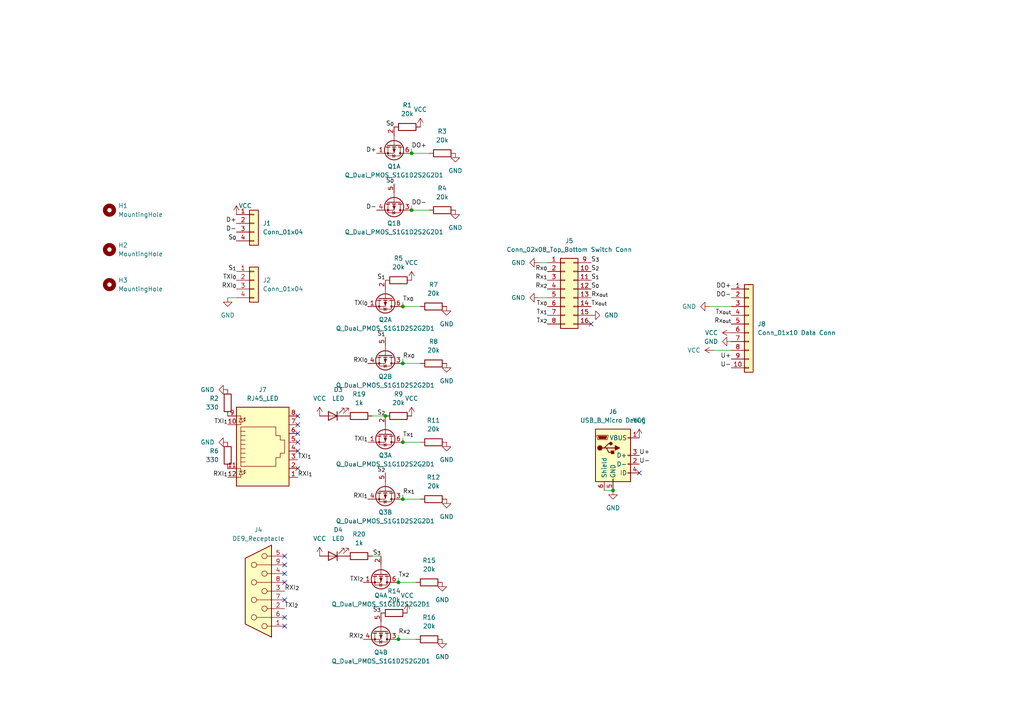
<source format=kicad_sch>
(kicad_sch (version 20230121) (generator eeschema)
  (paper "A4")
  (lib_symbols
    (symbol "Connector:DE9_Receptacle" (pin_names (offset 1.016) hide)
      (property "Reference" "J" (at 0 13.97 0))
      (property "Value" "DE9_Receptacle" (at 0 -14.605 0))
      (symbol "DE9_Receptacle_0_1"
        (circle (center -1.778 -10.16) (radius 0.762))
        (circle (center -1.778 -5.08) (radius 0.762))
        (circle (center -1.778 0) (radius 0.762))
        (circle (center -1.778 5.08) (radius 0.762))
        (circle (center -1.778 10.16) (radius 0.762))
        (polyline (pts (xy -3.81 -10.16) (xy -2.54 -10.16)))
        (polyline (pts (xy -3.81 -7.62) (xy 0.508 -7.62)))
        (polyline (pts (xy -3.81 -5.08) (xy -2.54 -5.08)))
        (polyline (pts (xy -3.81 -2.54) (xy 0.508 -2.54)))
        (polyline (pts (xy -3.81 0) (xy -2.54 0)))
        (polyline (pts (xy -3.81 2.54) (xy 0.508 2.54)))
        (polyline (pts (xy -3.81 5.08) (xy -2.54 5.08)))
        (polyline (pts (xy -3.81 7.62) (xy 0.508 7.62)))
        (polyline (pts (xy -3.81 10.16) (xy -2.54 10.16)))
        (polyline (pts (xy -3.81 13.335) (xy -3.81 -13.335) (xy 3.81 -9.525) (xy 3.81 9.525) (xy -3.81 13.335)) (stroke (width 0.254)) (fill (type background)))
        (circle (center 1.27 -7.62) (radius 0.762))
        (circle (center 1.27 -2.54) (radius 0.762))
        (circle (center 1.27 2.54) (radius 0.762))
        (circle (center 1.27 7.62) (radius 0.762))
      )
      (symbol "DE9_Receptacle_1_1"
        (pin passive line (at -7.62 10.16 0) (length 3.81) (name "1") (number "1"))
        (pin passive line (at -7.62 5.08 0) (length 3.81) (name "2") (number "2"))
        (pin passive line (at -7.62 0 0) (length 3.81) (name "3") (number "3"))
        (pin passive line (at -7.62 -5.08 0) (length 3.81) (name "4") (number "4"))
        (pin passive line (at -7.62 -10.16 0) (length 3.81) (name "5") (number "5"))
        (pin passive line (at -7.62 7.62 0) (length 3.81) (name "6") (number "6"))
        (pin passive line (at -7.62 2.54 0) (length 3.81) (name "7") (number "7"))
        (pin passive line (at -7.62 -2.54 0) (length 3.81) (name "8") (number "8"))
        (pin passive line (at -7.62 -7.62 0) (length 3.81) (name "9") (number "9"))
      )
    )
    (symbol "Connector:RJ45_LED" (pin_names (offset 1.016))
      (property "Reference" "J" (at -5.08 13.97 0))
      (property "Value" "RJ45_LED" (at 1.27 13.97 0))
      (symbol "RJ45_LED_0_1"
        (polyline (pts (xy -7.62 -7.62) (xy -6.35 -7.62)))
        (polyline (pts (xy -7.62 -5.08) (xy -6.35 -5.08)))
        (polyline (pts (xy -7.62 7.62) (xy -6.35 7.62)))
        (polyline (pts (xy -7.62 10.16) (xy -6.35 10.16)))
        (polyline (pts (xy -6.858 -5.842) (xy -5.842 -5.842)))
        (polyline (pts (xy -6.858 9.398) (xy -5.842 9.398)))
        (polyline (pts (xy -6.35 -7.62) (xy -6.35 -6.858)))
        (polyline (pts (xy -6.35 -5.08) (xy -6.35 -5.842)))
        (polyline (pts (xy -6.35 7.62) (xy -6.35 8.382)))
        (polyline (pts (xy -6.35 10.16) (xy -6.35 9.398)))
        (polyline (pts (xy -5.08 -6.223) (xy -5.207 -6.604)))
        (polyline (pts (xy -5.08 -5.588) (xy -5.207 -5.969)))
        (polyline (pts (xy -5.08 4.445) (xy -6.35 4.445)))
        (polyline (pts (xy -5.08 5.715) (xy -6.35 5.715)))
        (polyline (pts (xy -5.08 9.017) (xy -5.207 8.636)))
        (polyline (pts (xy -5.08 9.652) (xy -5.207 9.271)))
        (polyline (pts (xy -6.35 -3.175) (xy -5.08 -3.175) (xy -5.08 -3.175)))
        (polyline (pts (xy -6.35 -1.905) (xy -5.08 -1.905) (xy -5.08 -1.905)))
        (polyline (pts (xy -6.35 -0.635) (xy -5.08 -0.635) (xy -5.08 -0.635)))
        (polyline (pts (xy -6.35 0.635) (xy -5.08 0.635) (xy -5.08 0.635)))
        (polyline (pts (xy -6.35 1.905) (xy -5.08 1.905) (xy -5.08 1.905)))
        (polyline (pts (xy -5.588 -6.731) (xy -5.08 -6.223) (xy -5.461 -6.35)))
        (polyline (pts (xy -5.588 -6.096) (xy -5.08 -5.588) (xy -5.461 -5.715)))
        (polyline (pts (xy -5.588 8.509) (xy -5.08 9.017) (xy -5.461 8.89)))
        (polyline (pts (xy -5.588 9.144) (xy -5.08 9.652) (xy -5.461 9.525)))
        (polyline (pts (xy -5.08 3.175) (xy -6.35 3.175) (xy -6.35 3.175)))
        (polyline (pts (xy -6.35 -5.842) (xy -6.858 -6.858) (xy -5.842 -6.858) (xy -6.35 -5.842)))
        (polyline (pts (xy -6.35 9.398) (xy -6.858 8.382) (xy -5.842 8.382) (xy -6.35 9.398)))
        (polyline (pts (xy -6.35 -4.445) (xy -6.35 6.985) (xy 3.81 6.985) (xy 3.81 4.445) (xy 5.08 4.445) (xy 5.08 3.175) (xy 6.35 3.175) (xy 6.35 -0.635) (xy 5.08 -0.635) (xy 5.08 -1.905) (xy 3.81 -1.905) (xy 3.81 -4.445) (xy -6.35 -4.445) (xy -6.35 -4.445)))
        (rectangle (start 7.62 12.7) (end -7.62 -10.16) (stroke (width 0.254)) (fill (type background)))
      )
      (symbol "RJ45_LED_1_1"
        (pin passive line (at 10.16 -7.62 180) (length 2.54) (name "~") (number "1"))
        (pin passive line (at -10.16 7.62 0) (length 2.54) (name "~") (number "10"))
        (pin passive line (at -10.16 -5.08 0) (length 2.54) (name "~") (number "11"))
        (pin passive line (at -10.16 -7.62 0) (length 2.54) (name "~") (number "12"))
        (pin passive line (at 10.16 -5.08 180) (length 2.54) (name "~") (number "2"))
        (pin passive line (at 10.16 -2.54 180) (length 2.54) (name "~") (number "3"))
        (pin passive line (at 10.16 0 180) (length 2.54) (name "~") (number "4"))
        (pin passive line (at 10.16 2.54 180) (length 2.54) (name "~") (number "5"))
        (pin passive line (at 10.16 5.08 180) (length 2.54) (name "~") (number "6"))
        (pin passive line (at 10.16 7.62 180) (length 2.54) (name "~") (number "7"))
        (pin passive line (at 10.16 10.16 180) (length 2.54) (name "~") (number "8"))
        (pin passive line (at -10.16 10.16 0) (length 2.54) (name "~") (number "9"))
      )
    )
    (symbol "Connector:USB_B_Micro" (pin_names (offset 1.016))
      (property "Reference" "J" (at -5.08 11.43 0))
      (property "Value" "USB_B_Micro" (at -5.08 8.89 0))
      (symbol "USB_B_Micro_0_1"
        (rectangle (start -5.08 -7.62) (end 5.08 7.62) (stroke (width 0.254)) (fill (type background)))
        (circle (center -3.81 2.159) (radius 0.635) (stroke (width 0.254)) (fill (type outline)))
        (circle (center -0.635 3.429) (radius 0.381) (stroke (width 0.254)) (fill (type outline)))
        (rectangle (start -0.127 -7.62) (end 0.127 -6.858))
        (polyline (pts (xy -1.905 2.159) (xy 0.635 2.159)) (stroke (width 0.254)))
        (polyline (pts (xy -3.175 2.159) (xy -2.54 2.159) (xy -1.27 3.429) (xy -0.635 3.429)) (stroke (width 0.254)))
        (polyline (pts (xy -2.54 2.159) (xy -1.905 2.159) (xy -1.27 0.889) (xy 0 0.889)) (stroke (width 0.254)))
        (polyline (pts (xy 0.635 2.794) (xy 0.635 1.524) (xy 1.905 2.159) (xy 0.635 2.794)) (stroke (width 0.254)) (fill (type outline)))
        (polyline (pts (xy -4.318 5.588) (xy -1.778 5.588) (xy -2.032 4.826) (xy -4.064 4.826) (xy -4.318 5.588)) (fill (type outline)))
        (polyline (pts (xy -4.699 5.842) (xy -4.699 5.588) (xy -4.445 4.826) (xy -4.445 4.572) (xy -1.651 4.572) (xy -1.651 4.826) (xy -1.397 5.588) (xy -1.397 5.842) (xy -4.699 5.842)))
        (rectangle (start 0.254 1.27) (end -0.508 0.508) (stroke (width 0.254)) (fill (type outline)))
        (rectangle (start 5.08 -5.207) (end 4.318 -4.953))
        (rectangle (start 5.08 -2.667) (end 4.318 -2.413))
        (rectangle (start 5.08 -0.127) (end 4.318 0.127))
        (rectangle (start 5.08 4.953) (end 4.318 5.207))
      )
      (symbol "USB_B_Micro_1_1"
        (pin power_out line (at 7.62 5.08 180) (length 2.54) (name "VBUS") (number "1"))
        (pin bidirectional line (at 7.62 -2.54 180) (length 2.54) (name "D-") (number "2"))
        (pin bidirectional line (at 7.62 0 180) (length 2.54) (name "D+") (number "3"))
        (pin passive line (at 7.62 -5.08 180) (length 2.54) (name "ID") (number "4"))
        (pin power_out line (at 0 -10.16 90) (length 2.54) (name "GND") (number "5"))
        (pin passive line (at -2.54 -10.16 90) (length 2.54) (name "Shield") (number "6"))
      )
    )
    (symbol "Connector_Generic:Conn_01x04" (pin_names (offset 1.016) hide)
      (property "Reference" "J" (at 0 5.08 0))
      (property "Value" "Conn_01x04" (at 0 -7.62 0))
      (symbol "Conn_01x04_1_1"
        (rectangle (start -1.27 -4.953) (end 0 -5.207) (stroke (width 0.1524)))
        (rectangle (start -1.27 -2.413) (end 0 -2.667) (stroke (width 0.1524)))
        (rectangle (start -1.27 0.127) (end 0 -0.127) (stroke (width 0.1524)))
        (rectangle (start -1.27 2.667) (end 0 2.413) (stroke (width 0.1524)))
        (rectangle (start -1.27 3.81) (end 1.27 -6.35) (stroke (width 0.254)) (fill (type background)))
        (pin passive line (at -5.08 2.54 0) (length 3.81) (name "Pin_1") (number "1"))
        (pin passive line (at -5.08 0 0) (length 3.81) (name "Pin_2") (number "2"))
        (pin passive line (at -5.08 -2.54 0) (length 3.81) (name "Pin_3") (number "3"))
        (pin passive line (at -5.08 -5.08 0) (length 3.81) (name "Pin_4") (number "4"))
      )
    )
    (symbol "Connector_Generic:Conn_01x10" (pin_names (offset 1.016) hide)
      (property "Reference" "J" (at 0 12.7 0))
      (property "Value" "Conn_01x10" (at 0 -15.24 0))
      (symbol "Conn_01x10_1_1"
        (rectangle (start -1.27 -12.573) (end 0 -12.827) (stroke (width 0.1524)))
        (rectangle (start -1.27 -10.033) (end 0 -10.287) (stroke (width 0.1524)))
        (rectangle (start -1.27 -7.493) (end 0 -7.747) (stroke (width 0.1524)))
        (rectangle (start -1.27 -4.953) (end 0 -5.207) (stroke (width 0.1524)))
        (rectangle (start -1.27 -2.413) (end 0 -2.667) (stroke (width 0.1524)))
        (rectangle (start -1.27 0.127) (end 0 -0.127) (stroke (width 0.1524)))
        (rectangle (start -1.27 2.667) (end 0 2.413) (stroke (width 0.1524)))
        (rectangle (start -1.27 5.207) (end 0 4.953) (stroke (width 0.1524)))
        (rectangle (start -1.27 7.747) (end 0 7.493) (stroke (width 0.1524)))
        (rectangle (start -1.27 10.287) (end 0 10.033) (stroke (width 0.1524)))
        (rectangle (start -1.27 11.43) (end 1.27 -13.97) (stroke (width 0.254)) (fill (type background)))
        (pin passive line (at -5.08 10.16 0) (length 3.81) (name "Pin_1") (number "1"))
        (pin passive line (at -5.08 -12.7 0) (length 3.81) (name "Pin_10") (number "10"))
        (pin passive line (at -5.08 7.62 0) (length 3.81) (name "Pin_2") (number "2"))
        (pin passive line (at -5.08 5.08 0) (length 3.81) (name "Pin_3") (number "3"))
        (pin passive line (at -5.08 2.54 0) (length 3.81) (name "Pin_4") (number "4"))
        (pin passive line (at -5.08 0 0) (length 3.81) (name "Pin_5") (number "5"))
        (pin passive line (at -5.08 -2.54 0) (length 3.81) (name "Pin_6") (number "6"))
        (pin passive line (at -5.08 -5.08 0) (length 3.81) (name "Pin_7") (number "7"))
        (pin passive line (at -5.08 -7.62 0) (length 3.81) (name "Pin_8") (number "8"))
        (pin passive line (at -5.08 -10.16 0) (length 3.81) (name "Pin_9") (number "9"))
      )
    )
    (symbol "Connector_Generic:Conn_02x08_Top_Bottom" (pin_names (offset 1.016) hide)
      (property "Reference" "J" (at 1.27 10.16 0))
      (property "Value" "Conn_02x08_Top_Bottom" (at 1.27 -12.7 0))
      (symbol "Conn_02x08_Top_Bottom_1_1"
        (rectangle (start -1.27 -10.033) (end 0 -10.287) (stroke (width 0.1524)))
        (rectangle (start -1.27 -7.493) (end 0 -7.747) (stroke (width 0.1524)))
        (rectangle (start -1.27 -4.953) (end 0 -5.207) (stroke (width 0.1524)))
        (rectangle (start -1.27 -2.413) (end 0 -2.667) (stroke (width 0.1524)))
        (rectangle (start -1.27 0.127) (end 0 -0.127) (stroke (width 0.1524)))
        (rectangle (start -1.27 2.667) (end 0 2.413) (stroke (width 0.1524)))
        (rectangle (start -1.27 5.207) (end 0 4.953) (stroke (width 0.1524)))
        (rectangle (start -1.27 7.747) (end 0 7.493) (stroke (width 0.1524)))
        (rectangle (start -1.27 8.89) (end 3.81 -11.43) (stroke (width 0.254)) (fill (type background)))
        (rectangle (start 3.81 -10.033) (end 2.54 -10.287) (stroke (width 0.1524)))
        (rectangle (start 3.81 -7.493) (end 2.54 -7.747) (stroke (width 0.1524)))
        (rectangle (start 3.81 -4.953) (end 2.54 -5.207) (stroke (width 0.1524)))
        (rectangle (start 3.81 -2.413) (end 2.54 -2.667) (stroke (width 0.1524)))
        (rectangle (start 3.81 0.127) (end 2.54 -0.127) (stroke (width 0.1524)))
        (rectangle (start 3.81 2.667) (end 2.54 2.413) (stroke (width 0.1524)))
        (rectangle (start 3.81 5.207) (end 2.54 4.953) (stroke (width 0.1524)))
        (rectangle (start 3.81 7.747) (end 2.54 7.493) (stroke (width 0.1524)))
        (pin passive line (at -5.08 7.62 0) (length 3.81) (name "Pin_1") (number "1"))
        (pin passive line (at 7.62 5.08 180) (length 3.81) (name "Pin_10") (number "10"))
        (pin passive line (at 7.62 2.54 180) (length 3.81) (name "Pin_11") (number "11"))
        (pin passive line (at 7.62 0 180) (length 3.81) (name "Pin_12") (number "12"))
        (pin passive line (at 7.62 -2.54 180) (length 3.81) (name "Pin_13") (number "13"))
        (pin passive line (at 7.62 -5.08 180) (length 3.81) (name "Pin_14") (number "14"))
        (pin passive line (at 7.62 -7.62 180) (length 3.81) (name "Pin_15") (number "15"))
        (pin passive line (at 7.62 -10.16 180) (length 3.81) (name "Pin_16") (number "16"))
        (pin passive line (at -5.08 5.08 0) (length 3.81) (name "Pin_2") (number "2"))
        (pin passive line (at -5.08 2.54 0) (length 3.81) (name "Pin_3") (number "3"))
        (pin passive line (at -5.08 0 0) (length 3.81) (name "Pin_4") (number "4"))
        (pin passive line (at -5.08 -2.54 0) (length 3.81) (name "Pin_5") (number "5"))
        (pin passive line (at -5.08 -5.08 0) (length 3.81) (name "Pin_6") (number "6"))
        (pin passive line (at -5.08 -7.62 0) (length 3.81) (name "Pin_7") (number "7"))
        (pin passive line (at -5.08 -10.16 0) (length 3.81) (name "Pin_8") (number "8"))
        (pin passive line (at 7.62 7.62 180) (length 3.81) (name "Pin_9") (number "9"))
      )
    )
    (symbol "Device:LED" (pin_numbers hide) (pin_names (offset 1.016) hide)
      (property "Reference" "D" (at 0 2.54 0))
      (property "Value" "LED" (at 0 -2.54 0))
      (symbol "LED_0_1"
        (polyline (pts (xy -1.27 -1.27) (xy -1.27 1.27)) (stroke (width 0.254)))
        (polyline (pts (xy -1.27 0) (xy 1.27 0)))
        (polyline (pts (xy 1.27 -1.27) (xy 1.27 1.27) (xy -1.27 0) (xy 1.27 -1.27)) (stroke (width 0.254)))
        (polyline (pts (xy -3.048 -0.762) (xy -4.572 -2.286) (xy -3.81 -2.286) (xy -4.572 -2.286) (xy -4.572 -1.524)))
        (polyline (pts (xy -1.778 -0.762) (xy -3.302 -2.286) (xy -2.54 -2.286) (xy -3.302 -2.286) (xy -3.302 -1.524)))
      )
      (symbol "LED_1_1"
        (pin passive line (at -3.81 0 0) (length 2.54) (name "K") (number "1"))
        (pin passive line (at 3.81 0 180) (length 2.54) (name "A") (number "2"))
      )
    )
    (symbol "Device:Q_Dual_PMOS_S1G1D2S2G2D1" (pin_names (offset 0) hide)
      (property "Reference" "Q" (at 6.35 1.27 0))
      (property "Value" "Q_Dual_PMOS_S1G1D2S2G2D1" (at 19.05 -1.27 0))
      (symbol "Q_Dual_PMOS_S1G1D2S2G2D1_0_1"
        (polyline (pts (xy 0.254 0) (xy -2.54 0)))
        (polyline (pts (xy 0.254 1.905) (xy 0.254 -1.905)) (stroke (width 0.254)))
        (polyline (pts (xy 0.762 -1.27) (xy 0.762 -2.286)) (stroke (width 0.254)))
        (polyline (pts (xy 0.762 0.508) (xy 0.762 -0.508)) (stroke (width 0.254)))
        (polyline (pts (xy 0.762 2.286) (xy 0.762 1.27)) (stroke (width 0.254)))
        (polyline (pts (xy 2.54 2.54) (xy 2.54 1.778)))
        (polyline (pts (xy 2.54 -2.54) (xy 2.54 0) (xy 0.762 0)))
        (polyline (pts (xy 0.762 1.778) (xy 3.302 1.778) (xy 3.302 -1.778) (xy 0.762 -1.778)))
        (polyline (pts (xy 2.286 0) (xy 1.27 0.381) (xy 1.27 -0.381) (xy 2.286 0)) (fill (type outline)))
        (polyline (pts (xy 2.794 -0.508) (xy 2.921 -0.381) (xy 3.683 -0.381) (xy 3.81 -0.254)))
        (polyline (pts (xy 3.302 -0.381) (xy 2.921 0.254) (xy 3.683 0.254) (xy 3.302 -0.381)))
        (circle (center 1.651 0) (radius 2.794) (stroke (width 0.254)))
        (circle (center 2.54 -1.778) (radius 0.254) (fill (type outline)))
        (circle (center 2.54 1.778) (radius 0.254) (fill (type outline)))
      )
      (symbol "Q_Dual_PMOS_S1G1D2S2G2D1_1_1"
        (pin passive line (at 2.54 -5.08 90) (length 2.54) (name "S") (number "1"))
        (pin input line (at -5.08 0 0) (length 2.54) (name "G") (number "2"))
        (pin passive line (at 2.54 5.08 270) (length 2.54) (name "D") (number "6"))
      )
      (symbol "Q_Dual_PMOS_S1G1D2S2G2D1_2_1"
        (pin passive line (at 2.54 5.08 270) (length 2.54) (name "D") (number "3"))
        (pin passive line (at 2.54 -5.08 90) (length 2.54) (name "S") (number "4"))
        (pin input line (at -5.08 0 0) (length 2.54) (name "G") (number "5"))
      )
    )
    (symbol "Device:R" (pin_numbers hide) (pin_names (offset 0))
      (property "Reference" "R" (at 2.032 0 90))
      (property "Value" "R" (at 0 0 90))
      (symbol "R_0_1"
        (rectangle (start -1.016 -2.54) (end 1.016 2.54) (stroke (width 0.254)))
      )
      (symbol "R_1_1"
        (pin passive line (at 0 3.81 270) (length 1.27) (name "~") (number "1"))
        (pin passive line (at 0 -3.81 90) (length 1.27) (name "~") (number "2"))
      )
    )
    (symbol "Mechanical:MountingHole" (pin_names (offset 1.016))
      (property "Reference" "H" (at 0 5.08 0))
      (property "Value" "MountingHole" (at 0 3.175 0))
      (symbol "MountingHole_0_1"
        (circle (center 0 0) (radius 1.27) (stroke (width 1.27)))
      )
    )
    (symbol "power:GND" (power) (pin_names (offset 0))
      (property "Value" "GND" (at 0 -3.81 0))
      (symbol "GND_0_1"
        (polyline (pts (xy 0 0) (xy 0 -1.27) (xy 1.27 -1.27) (xy 0 -2.54) (xy -1.27 -1.27) (xy 0 -1.27)))
      )
      (symbol "GND_1_1"
        (pin power_in line (at 0 0 270) (length 0) hide (name "GND") (number "1"))
      )
    )
    (symbol "power:VCC" (power) (pin_names (offset 0))
      (property "Value" "VCC" (at 0 3.81 0))
      (symbol "VCC_0_1"
        (polyline (pts (xy -0.762 1.27) (xy 0 2.54)))
        (polyline (pts (xy 0 0) (xy 0 2.54)))
        (polyline (pts (xy 0 2.54) (xy 0.762 1.27)))
      )
      (symbol "VCC_1_1"
        (pin power_in line (at 0 0 90) (length 0) hide (name "VCC") (number "1"))
      )
    )
  )
  (junction (at 116.84 128.27))
  (junction (at 115.57 168.91))
  (junction (at 111.76 120.65))
  (junction (at 119.38 60.96))
  (junction (at 115.57 185.42))
  (junction (at 116.84 105.41))
  (junction (at 116.84 88.9))
  (junction (at 116.84 144.78))
  (junction (at 119.38 44.45))
  (junction (at 177.8 142.24))
  (no_connect (at 82.55 166.37))
  (no_connect (at 171.45 93.98))
  (no_connect (at 185.42 137.16))
  (no_connect (at 82.55 168.91))
  (no_connect (at 86.36 135.89))
  (no_connect (at 86.36 123.19))
  (no_connect (at 86.36 130.81))
  (no_connect (at 82.55 173.99))
  (no_connect (at 82.55 161.29))
  (no_connect (at 82.55 181.61))
  (no_connect (at 82.55 179.07))
  (no_connect (at 82.55 163.83))
  (no_connect (at 86.36 120.65))
  (no_connect (at 86.36 125.73))
  (no_connect (at 86.36 128.27))
  (wire (pts (xy 115.57 184.15) (xy 115.57 185.42)))
  (wire (pts (xy 115.57 168.91) (xy 120.65 168.91)))
  (wire (pts (xy 115.57 185.42) (xy 120.65 185.42)))
  (wire (pts (xy 116.84 104.14) (xy 116.84 105.41)))
  (wire (pts (xy 66.04 86.36) (xy 68.58 86.36)))
  (wire (pts (xy 207.01 101.6) (xy 212.09 101.6)))
  (wire (pts (xy 175.26 142.24) (xy 177.8 142.24)))
  (wire (pts (xy 119.38 59.69) (xy 119.38 60.96)))
  (wire (pts (xy 116.84 87.63) (xy 116.84 88.9)))
  (wire (pts (xy 116.84 105.41) (xy 121.92 105.41)))
  (wire (pts (xy 119.38 44.45) (xy 124.46 44.45)))
  (wire (pts (xy 116.84 143.51) (xy 116.84 144.78)))
  (wire (pts (xy 119.38 60.96) (xy 124.46 60.96)))
  (wire (pts (xy 116.84 88.9) (xy 121.92 88.9)))
  (wire (pts (xy 107.95 161.29) (xy 110.49 161.29)))
  (wire (pts (xy 115.57 167.64) (xy 115.57 168.91)))
  (wire (pts (xy 116.84 127) (xy 116.84 128.27)))
  (wire (pts (xy 205.74 88.9) (xy 212.09 88.9)))
  (wire (pts (xy 156.21 86.36) (xy 158.75 86.36)))
  (wire (pts (xy 119.38 43.18) (xy 119.38 44.45)))
  (wire (pts (xy 156.21 76.2) (xy 158.75 76.2)))
  (wire (pts (xy 116.84 144.78) (xy 121.92 144.78)))
  (wire (pts (xy 116.84 128.27) (xy 121.92 128.27)))
  (wire (pts (xy 107.95 120.65) (xy 111.76 120.65)))
  (label "DO-" (at 119.38 59.69 0))
  (label "Tx_{0}" (at 158.75 88.9 180))
  (label "RXI_{2}" (at 82.55 171.45 0))
  (label "D+" (at 109.22 44.45 180))
  (label "DO-" (at 212.09 86.36 180))
  (label "Tx_{2}" (at 158.75 93.98 180))
  (label "TXI_{1}" (at 66.04 123.19 180))
  (label "S_{3}" (at 110.49 161.29 180))
  (label "TXI_{0}" (at 106.68 88.9 180))
  (label "RXI_{1}" (at 86.36 138.43 0))
  (label "TXI_{2}" (at 105.41 168.91 180))
  (label "Tx_{2}" (at 115.57 167.64 0))
  (label "DO+" (at 212.09 83.82 180))
  (label "U+" (at 185.42 132.08 0))
  (label "TXI_{1}" (at 86.36 133.35 0))
  (label "RXI_{0}" (at 68.58 83.82 180))
  (label "U+" (at 212.09 104.14 180))
  (label "Rx_{out}" (at 171.45 86.36 0))
  (label "S_{3}" (at 171.45 76.2 0))
  (label "Rx_{0}" (at 116.84 104.14 0))
  (label "Tx_{0}" (at 116.84 87.63 0))
  (label "DO+" (at 119.38 43.18 0))
  (label "Rx_{2}" (at 115.57 184.15 0))
  (label "S_{2}" (at 111.76 120.65 180))
  (label "RXI_{1}" (at 66.04 138.43 180))
  (label "Rx_{0}" (at 158.75 78.74 180))
  (label "S_{0}" (at 68.58 69.85 180))
  (label "Rx_{2}" (at 158.75 83.82 180))
  (label "S_{1}" (at 111.76 97.79 180))
  (label "S_{2}" (at 111.76 137.16 180))
  (label "Tx_{1}" (at 116.84 127 0))
  (label "S_{3}" (at 110.49 177.8 180))
  (label "U-" (at 185.42 134.62 0))
  (label "D-" (at 109.22 60.96 180))
  (label "RXI_{1}" (at 106.68 144.78 180))
  (label "S_{0}" (at 171.45 83.82 0))
  (label "S_{1}" (at 68.58 78.74 180))
  (label "S_{2}" (at 171.45 78.74 0))
  (label "TXI_{0}" (at 68.58 81.28 180))
  (label "Rx_{out}" (at 212.09 93.98 180))
  (label "TXI_{1}" (at 106.68 128.27 180))
  (label "S_{1}" (at 171.45 81.28 0))
  (label "D+" (at 68.58 64.77 180))
  (label "Tx_{1}" (at 158.75 91.44 180))
  (label "TXI_{2}" (at 82.55 176.53 0))
  (label "RXI_{2}" (at 105.41 185.42 180))
  (label "S_{1}" (at 111.76 81.28 180))
  (label "U-" (at 212.09 106.68 180))
  (label "Tx_{out}" (at 212.09 91.44 180))
  (label "Rx_{1}" (at 158.75 81.28 180))
  (label "Tx_{out}" (at 171.45 88.9 0))
  (label "S_{0}" (at 114.3 53.34 180))
  (label "D-" (at 68.58 67.31 180))
  (label "S_{0}" (at 114.3 36.83 180))
  (label "Rx_{1}" (at 116.84 143.51 0))
  (label "RXI_{0}" (at 106.68 105.41 180))
  (symbol (lib_id "power:VCC") (at 185.42 127 0) (unit 1)
    (property "Reference" "#PWR027" (effects hide))
    (property "Value" "VCC" (at 185.42 121.92 0))
  )
  (symbol (lib_id "Device:Q_Dual_PMOS_S1G1D2S2G2D1") (at 111.76 142.24 270) (unit 2)
    (property "Reference" "Q3" (at 111.76 148.59 90))
    (property "Value" "Q_Dual_PMOS_S1G1D2S2G2D1" (at 111.76 151.13 90))
    (property "Footprint" "Package_TO_SOT_SMD:SOT-363_SC-70-6_Handsoldering" (effects hide))
  )
  (symbol (lib_id "power:GND") (at 205.74 88.9 270) (unit 1)
    (property "Reference" "#PWR024" (effects hide))
    (property "Value" "GND" (at 201.93 88.9 90) (effects (justify right)))
  )
  (symbol (lib_id "power:VCC") (at 68.58 62.23 0) (unit 1)
    (property "Reference" "#PWR03" (effects hide))
    (property "Value" "VCC" (at 71.12 59.69 0))
  )
  (symbol (lib_id "power:GND") (at 156.21 86.36 270) (mirror x) (unit 1)
    (property "Reference" "#PWR029" (effects hide))
    (property "Value" "GND" (at 152.4 86.36 90) (effects (justify right)))
  )
  (symbol (lib_id "Device:R") (at 124.46 168.91 90) (unit 1)
    (property "Reference" "R15" (at 124.46 162.56 90))
    (property "Value" "20k" (at 124.46 165.1 90))
    (property "Footprint" "Resistor_SMD:R_0805_2012Metric_Pad1.20x1.40mm_HandSolder" (effects hide))
  )
  (symbol (lib_id "Device:LED") (at 96.52 161.29 180) (unit 1)
    (property "Reference" "D4" (at 98.1075 153.67 0))
    (property "Value" "LED" (at 98.1075 156.21 0))
    (property "Footprint" "LED_THT:LED_D1.8mm_W1.8mm_H2.4mm_Horizontal_O1.27mm_Z1.6mm" (effects hide))
  )
  (symbol (lib_id "Device:R") (at 124.46 185.42 90) (unit 1)
    (property "Reference" "R16" (at 124.46 179.07 90))
    (property "Value" "20k" (at 124.46 181.61 90))
    (property "Footprint" "Resistor_SMD:R_0805_2012Metric_Pad1.20x1.40mm_HandSolder" (effects hide))
  )
  (symbol (lib_id "Connector_Generic:Conn_02x08_Top_Bottom") (at 163.83 83.82 0) (unit 1)
    (property "Reference" "J5" (at 165.1 69.85 0))
    (property "Value" "Conn_02x08_Top_Bottom Switch Conn" (at 165.1 72.39 0))
    (property "Footprint" "Connector_PinHeader_2.54mm:PinHeader_2x08_P2.54mm_Horizontal" (effects hide))
  )
  (symbol (lib_id "power:GND") (at 129.54 88.9 0) (unit 1)
    (property "Reference" "#PWR08" (effects hide))
    (property "Value" "GND" (at 129.54 93.98 0))
  )
  (symbol (lib_id "power:GND") (at 66.04 86.36 0) (unit 1)
    (property "Reference" "#PWR07" (effects hide))
    (property "Value" "GND" (at 66.04 91.44 0))
  )
  (symbol (lib_id "Device:Q_Dual_PMOS_S1G1D2S2G2D1") (at 111.76 125.73 270) (unit 1)
    (property "Reference" "Q3" (at 111.76 132.08 90))
    (property "Value" "Q_Dual_PMOS_S1G1D2S2G2D1" (at 111.76 134.62 90))
    (property "Footprint" "Package_TO_SOT_SMD:SOT-363_SC-70-6_Handsoldering" (effects hide))
  )
  (symbol (lib_id "power:GND") (at 132.08 60.96 0) (unit 1)
    (property "Reference" "#PWR05" (effects hide))
    (property "Value" "GND" (at 132.08 66.04 0))
  )
  (symbol (lib_id "power:VCC") (at 92.71 161.29 0) (unit 1)
    (property "Reference" "#PWR023" (effects hide))
    (property "Value" "VCC" (at 92.71 156.21 0))
  )
  (symbol (lib_id "power:GND") (at 212.09 99.06 270) (unit 1)
    (property "Reference" "#PWR013" (effects hide))
    (property "Value" "GND" (at 208.28 99.06 90) (effects (justify right)))
  )
  (symbol (lib_id "power:GND") (at 156.21 76.2 270) (mirror x) (unit 1)
    (property "Reference" "#PWR028" (effects hide))
    (property "Value" "GND" (at 152.4 76.2 90) (effects (justify right)))
  )
  (symbol (lib_id "Device:Q_Dual_PMOS_S1G1D2S2G2D1") (at 110.49 182.88 270) (unit 2)
    (property "Reference" "Q4" (at 110.49 189.23 90))
    (property "Value" "Q_Dual_PMOS_S1G1D2S2G2D1" (at 110.49 191.77 90))
    (property "Footprint" "Package_TO_SOT_SMD:SOT-363_SC-70-6_Handsoldering" (effects hide))
  )
  (symbol (lib_id "Device:R") (at 104.14 161.29 90) (unit 1)
    (property "Reference" "R20" (at 104.14 154.94 90))
    (property "Value" "1k" (at 104.14 157.48 90))
    (property "Footprint" "Resistor_SMD:R_0805_2012Metric_Pad1.20x1.40mm_HandSolder" (effects hide))
  )
  (symbol (lib_id "Connector:RJ45_LED") (at 76.2 130.81 0) (unit 1)
    (property "Reference" "J7" (at 76.2 113.03 0))
    (property "Value" "RJ45_LED" (at 76.2 115.57 0))
    (property "Footprint" "Connector_RJ:RJ45_Amphenol_RJHSE538X" (effects hide))
  )
  (symbol (lib_id "Device:R") (at 128.27 60.96 90) (unit 1)
    (property "Reference" "R4" (at 128.27 54.61 90))
    (property "Value" "20k" (at 128.27 57.15 90))
    (property "Footprint" "Resistor_SMD:R_0805_2012Metric_Pad1.20x1.40mm_HandSolder" (effects hide))
  )
  (symbol (lib_id "power:GND") (at 177.8 142.24 0) (unit 1)
    (property "Reference" "#PWR026" (effects hide))
    (property "Value" "GND" (at 177.8 147.32 0))
  )
  (symbol (lib_id "power:VCC") (at 212.09 96.52 90) (unit 1)
    (property "Reference" "#PWR025" (effects hide))
    (property "Value" "VCC" (at 208.28 96.52 90) (effects (justify left)))
  )
  (symbol (lib_id "Mechanical:MountingHole") (at 31.75 60.96 0) (unit 1)
    (property "Reference" "H1" (at 34.29 59.69 0) (effects (justify left)))
    (property "Value" "MountingHole" (at 34.29 62.23 0) (effects (justify left)))
    (property "Footprint" "MountingHole:MountingHole_2.2mm_M2_ISO7380" (effects hide))
  )
  (symbol (lib_id "Connector:USB_B_Micro") (at 177.8 132.08 0) (unit 1)
    (property "Reference" "J6" (at 177.8 119.38 0))
    (property "Value" "USB_B_Micro Debug" (at 177.8 121.92 0))
    (property "Footprint" "Connector_USB:USB_Micro-B_Molex-105017-0001" (effects hide))
  )
  (symbol (lib_id "Device:LED") (at 96.52 120.65 180) (unit 1)
    (property "Reference" "D3" (at 98.1075 113.03 0))
    (property "Value" "LED" (at 98.1075 115.57 0))
    (property "Footprint" "LED_THT:LED_D1.8mm_W1.8mm_H2.4mm_Horizontal_O1.27mm_Z1.6mm" (effects hide))
  )
  (symbol (lib_id "power:GND") (at 129.54 105.41 0) (unit 1)
    (property "Reference" "#PWR09" (effects hide))
    (property "Value" "GND" (at 129.54 110.49 0))
  )
  (symbol (lib_id "Device:Q_Dual_PMOS_S1G1D2S2G2D1") (at 111.76 102.87 270) (unit 2)
    (property "Reference" "Q2" (at 111.76 109.22 90))
    (property "Value" "Q_Dual_PMOS_S1G1D2S2G2D1" (at 111.76 111.76 90))
    (property "Footprint" "Package_TO_SOT_SMD:SOT-363_SC-70-6_Handsoldering" (effects hide))
  )
  (symbol (lib_id "power:VCC") (at 207.01 101.6 90) (unit 1)
    (property "Reference" "#PWR016" (effects hide))
    (property "Value" "VCC" (at 203.2 101.6 90) (effects (justify left)))
  )
  (symbol (lib_id "Device:R") (at 66.04 132.08 0) (mirror y) (unit 1)
    (property "Reference" "R6" (at 63.5 130.81 0) (effects (justify left)))
    (property "Value" "330" (at 63.5 133.35 0) (effects (justify left)))
    (property "Footprint" "Resistor_SMD:R_0805_2012Metric_Pad1.20x1.40mm_HandSolder" (effects hide))
  )
  (symbol (lib_id "Connector_Generic:Conn_01x04") (at 73.66 81.28 0) (unit 1)
    (property "Reference" "J2" (at 76.2 81.28 0) (effects (justify left)))
    (property "Value" "Conn_01x04" (at 76.2 83.82 0) (effects (justify left)))
    (property "Footprint" "Connector_PinHeader_2.54mm:PinHeader_1x04_P2.54mm_Vertical" (effects hide))
  )
  (symbol (lib_id "Device:R") (at 125.73 88.9 90) (unit 1)
    (property "Reference" "R7" (at 125.73 82.55 90))
    (property "Value" "20k" (at 125.73 85.09 90))
    (property "Footprint" "Resistor_SMD:R_0805_2012Metric_Pad1.20x1.40mm_HandSolder" (effects hide))
  )
  (symbol (lib_id "power:GND") (at 128.27 185.42 0) (unit 1)
    (property "Reference" "#PWR019" (effects hide))
    (property "Value" "GND" (at 128.27 190.5 0))
  )
  (symbol (lib_id "Device:R") (at 104.14 120.65 90) (unit 1)
    (property "Reference" "R19" (at 104.14 114.3 90))
    (property "Value" "1k" (at 104.14 116.84 90))
    (property "Footprint" "Resistor_SMD:R_0805_2012Metric_Pad1.20x1.40mm_HandSolder" (effects hide))
  )
  (symbol (lib_id "Device:Q_Dual_PMOS_S1G1D2S2G2D1") (at 111.76 86.36 270) (unit 1)
    (property "Reference" "Q2" (at 111.76 92.71 90))
    (property "Value" "Q_Dual_PMOS_S1G1D2S2G2D1" (at 111.76 95.25 90))
    (property "Footprint" "Package_TO_SOT_SMD:SOT-363_SC-70-6_Handsoldering" (effects hide))
  )
  (symbol (lib_id "Device:R") (at 118.11 36.83 90) (unit 1)
    (property "Reference" "R1" (at 118.11 30.48 90))
    (property "Value" "20k" (at 118.11 33.02 90))
    (property "Footprint" "Resistor_SMD:R_0805_2012Metric_Pad1.20x1.40mm_HandSolder" (effects hide))
  )
  (symbol (lib_id "Mechanical:MountingHole") (at 31.75 72.39 0) (unit 1)
    (property "Reference" "H2" (at 34.29 71.12 0) (effects (justify left)))
    (property "Value" "MountingHole" (at 34.29 73.66 0) (effects (justify left)))
    (property "Footprint" "MountingHole:MountingHole_2.2mm_M2_ISO7380" (effects hide))
  )
  (symbol (lib_id "Device:R") (at 125.73 128.27 90) (unit 1)
    (property "Reference" "R11" (at 125.73 121.92 90))
    (property "Value" "20k" (at 125.73 124.46 90))
    (property "Footprint" "Resistor_SMD:R_0805_2012Metric_Pad1.20x1.40mm_HandSolder" (effects hide))
  )
  (symbol (lib_id "Device:R") (at 125.73 144.78 90) (unit 1)
    (property "Reference" "R12" (at 125.73 138.43 90))
    (property "Value" "20k" (at 125.73 140.97 90))
    (property "Footprint" "Resistor_SMD:R_0805_2012Metric_Pad1.20x1.40mm_HandSolder" (effects hide))
  )
  (symbol (lib_id "power:GND") (at 66.04 128.27 270) (unit 1)
    (property "Reference" "#PWR010" (effects hide))
    (property "Value" "GND" (at 62.23 128.27 90) (effects (justify right)))
  )
  (symbol (lib_id "power:GND") (at 171.45 91.44 90) (unit 1)
    (property "Reference" "#PWR030" (effects hide))
    (property "Value" "GND" (at 175.26 91.44 90) (effects (justify right)))
  )
  (symbol (lib_id "Connector_Generic:Conn_01x10") (at 217.17 93.98 0) (unit 1)
    (property "Reference" "J8" (at 219.71 93.98 0) (effects (justify left)))
    (property "Value" "Conn_01x10 Data Conn" (at 219.71 96.52 0) (effects (justify left)))
    (property "Footprint" "Connector_PinHeader_2.54mm:PinHeader_2x05_P2.54mm_Horizontal" (effects hide))
  )
  (symbol (lib_id "power:GND") (at 66.04 113.03 270) (unit 1)
    (property "Reference" "#PWR02" (effects hide))
    (property "Value" "GND" (at 62.23 113.03 90) (effects (justify right)))
  )
  (symbol (lib_id "power:GND") (at 129.54 144.78 0) (unit 1)
    (property "Reference" "#PWR015" (effects hide))
    (property "Value" "GND" (at 129.54 149.86 0))
  )
  (symbol (lib_id "Device:Q_Dual_PMOS_S1G1D2S2G2D1") (at 114.3 41.91 270) (unit 1)
    (property "Reference" "Q1" (at 114.3 48.26 90))
    (property "Value" "Q_Dual_PMOS_S1G1D2S2G2D1" (at 114.3 50.8 90))
    (property "Footprint" "Package_TO_SOT_SMD:SOT-363_SC-70-6_Handsoldering" (effects hide))
  )
  (symbol (lib_id "power:GND") (at 132.08 44.45 0) (unit 1)
    (property "Reference" "#PWR04" (effects hide))
    (property "Value" "GND" (at 132.08 49.53 0))
  )
  (symbol (lib_id "power:VCC") (at 119.38 81.28 0) (unit 1)
    (property "Reference" "#PWR06" (effects hide))
    (property "Value" "VCC" (at 119.38 76.2 0))
  )
  (symbol (lib_id "power:GND") (at 129.54 128.27 0) (unit 1)
    (property "Reference" "#PWR014" (effects hide))
    (property "Value" "GND" (at 129.54 133.35 0))
  )
  (symbol (lib_id "Device:R") (at 115.57 81.28 90) (unit 1)
    (property "Reference" "R5" (at 115.57 74.93 90))
    (property "Value" "20k" (at 115.57 77.47 90))
    (property "Footprint" "Resistor_SMD:R_0805_2012Metric_Pad1.20x1.40mm_HandSolder" (effects hide))
  )
  (symbol (lib_id "Device:Q_Dual_PMOS_S1G1D2S2G2D1") (at 114.3 58.42 270) (unit 2)
    (property "Reference" "Q1" (at 114.3 64.77 90))
    (property "Value" "Q_Dual_PMOS_S1G1D2S2G2D1" (at 114.3 67.31 90))
    (property "Footprint" "Package_TO_SOT_SMD:SOT-363_SC-70-6_Handsoldering" (effects hide))
  )
  (symbol (lib_id "Device:R") (at 128.27 44.45 90) (unit 1)
    (property "Reference" "R3" (at 128.27 38.1 90))
    (property "Value" "20k" (at 128.27 40.64 90))
    (property "Footprint" "Resistor_SMD:R_0805_2012Metric_Pad1.20x1.40mm_HandSolder" (effects hide))
  )
  (symbol (lib_id "power:VCC") (at 92.71 120.65 0) (unit 1)
    (property "Reference" "#PWR022" (effects hide))
    (property "Value" "VCC" (at 92.71 115.57 0))
  )
  (symbol (lib_id "Connector:DE9_Receptacle") (at 74.93 171.45 180) (unit 1)
    (property "Reference" "J4" (at 74.93 153.67 0))
    (property "Value" "DE9_Receptacle" (at 74.93 156.21 0))
    (property "Footprint" "Connector_Dsub:DSUB-9_Female_Horizontal_P2.77x2.84mm_EdgePinOffset4.94mm_Housed_MountingHolesOffset7.48mm" (effects hide))
    (property "Datasheet" " ~" (effects hide))
  )
  (symbol (lib_id "Device:R") (at 115.57 120.65 90) (unit 1)
    (property "Reference" "R9" (at 115.57 114.3 90))
    (property "Value" "20k" (at 115.57 116.84 90))
    (property "Footprint" "Resistor_SMD:R_0805_2012Metric_Pad1.20x1.40mm_HandSolder" (effects hide))
  )
  (symbol (lib_id "Connector_Generic:Conn_01x04") (at 73.66 64.77 0) (unit 1)
    (property "Reference" "J1" (at 76.2 64.77 0) (effects (justify left)))
    (property "Value" "Conn_01x04" (at 76.2 67.31 0) (effects (justify left)))
    (property "Footprint" "Connector_PinHeader_2.54mm:PinHeader_1x04_P2.54mm_Vertical" (effects hide))
  )
  (symbol (lib_id "Device:Q_Dual_PMOS_S1G1D2S2G2D1") (at 110.49 166.37 270) (unit 1)
    (property "Reference" "Q4" (at 110.49 172.72 90))
    (property "Value" "Q_Dual_PMOS_S1G1D2S2G2D1" (at 110.49 175.26 90))
    (property "Footprint" "Package_TO_SOT_SMD:SOT-363_SC-70-6_Handsoldering" (effects hide))
  )
  (symbol (lib_id "power:VCC") (at 121.92 36.83 0) (unit 1)
    (property "Reference" "#PWR01" (effects hide))
    (property "Value" "VCC" (at 121.92 31.75 0))
  )
  (symbol (lib_id "Mechanical:MountingHole") (at 31.75 82.55 0) (unit 1)
    (property "Reference" "H3" (at 34.29 81.28 0) (effects (justify left)))
    (property "Value" "MountingHole" (at 34.29 83.82 0) (effects (justify left)))
    (property "Footprint" "MountingHole:MountingHole_2.2mm_M2_ISO7380" (effects hide))
  )
  (symbol (lib_id "power:VCC") (at 118.11 177.8 0) (unit 1)
    (property "Reference" "#PWR017" (effects hide))
    (property "Value" "VCC" (at 118.11 172.72 0))
  )
  (symbol (lib_id "Device:R") (at 114.3 177.8 90) (unit 1)
    (property "Reference" "R14" (at 114.3 171.45 90))
    (property "Value" "20k" (at 114.3 173.99 90))
    (property "Footprint" "Resistor_SMD:R_0805_2012Metric_Pad1.20x1.40mm_HandSolder" (effects hide))
  )
  (symbol (lib_id "Device:R") (at 125.73 105.41 90) (unit 1)
    (property "Reference" "R8" (at 125.73 99.06 90))
    (property "Value" "20k" (at 125.73 101.6 90))
    (property "Footprint" "Resistor_SMD:R_0805_2012Metric_Pad1.20x1.40mm_HandSolder" (effects hide))
  )
  (symbol (lib_id "power:GND") (at 128.27 168.91 0) (unit 1)
    (property "Reference" "#PWR018" (effects hide))
    (property "Value" "GND" (at 128.27 173.99 0))
  )
  (symbol (lib_id "Device:R") (at 66.04 116.84 0) (mirror y) (unit 1)
    (property "Reference" "R2" (at 63.5 115.57 0) (effects (justify left)))
    (property "Value" "330" (at 63.5 118.11 0) (effects (justify left)))
    (property "Footprint" "Resistor_SMD:R_0805_2012Metric_Pad1.20x1.40mm_HandSolder" (effects hide))
  )
  (symbol (lib_id "power:VCC") (at 119.38 120.65 0) (unit 1)
    (property "Reference" "#PWR012" (effects hide))
    (property "Value" "VCC" (at 119.38 115.57 0))
  )
)
</source>
